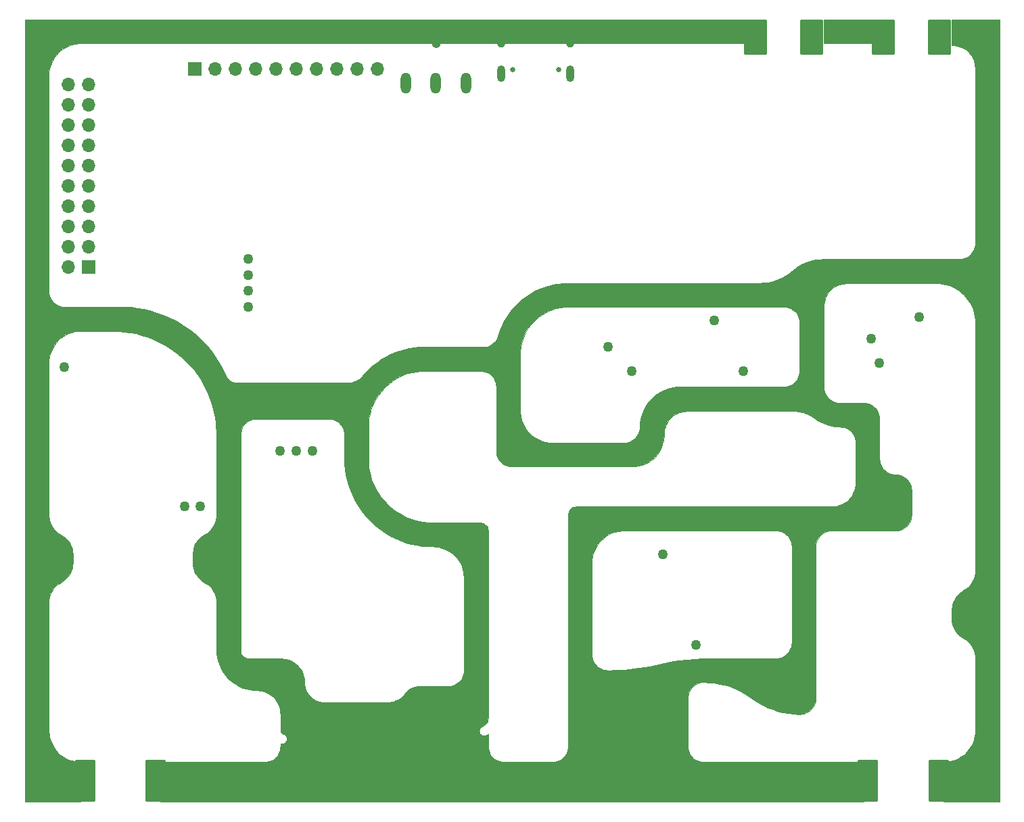
<source format=gbs>
G04 #@! TF.GenerationSoftware,KiCad,Pcbnew,8.0.0*
G04 #@! TF.CreationDate,2024-03-13T17:16:33-04:00*
G04 #@! TF.ProjectId,VNA,564e412e-6b69-4636-9164-5f7063625858,rev?*
G04 #@! TF.SameCoordinates,PX535a28cPY8422900*
G04 #@! TF.FileFunction,Soldermask,Bot*
G04 #@! TF.FilePolarity,Negative*
%FSLAX46Y46*%
G04 Gerber Fmt 4.6, Leading zero omitted, Abs format (unit mm)*
G04 Created by KiCad (PCBNEW 8.0.0) date 2024-03-13 17:16:33*
%MOMM*%
%LPD*%
G01*
G04 APERTURE LIST*
G04 Aperture macros list*
%AMRoundRect*
0 Rectangle with rounded corners*
0 $1 Rounding radius*
0 $2 $3 $4 $5 $6 $7 $8 $9 X,Y pos of 4 corners*
0 Add a 4 corners polygon primitive as box body*
4,1,4,$2,$3,$4,$5,$6,$7,$8,$9,$2,$3,0*
0 Add four circle primitives for the rounded corners*
1,1,$1+$1,$2,$3*
1,1,$1+$1,$4,$5*
1,1,$1+$1,$6,$7*
1,1,$1+$1,$8,$9*
0 Add four rect primitives between the rounded corners*
20,1,$1+$1,$2,$3,$4,$5,0*
20,1,$1+$1,$4,$5,$6,$7,0*
20,1,$1+$1,$6,$7,$8,$9,0*
20,1,$1+$1,$8,$9,$2,$3,0*%
G04 Aperture macros list end*
%ADD10C,0.100000*%
%ADD11R,1.700000X1.700000*%
%ADD12O,1.700000X1.700000*%
%ADD13C,0.650000*%
%ADD14O,1.000000X2.100000*%
%ADD15O,1.000000X1.800000*%
%ADD16RoundRect,0.101600X1.143000X-2.540000X1.143000X2.540000X-1.143000X2.540000X-1.143000X-2.540000X0*%
%ADD17C,1.200000*%
%ADD18O,1.308000X2.616000*%
%ADD19RoundRect,0.101600X-1.333500X2.095500X-1.333500X-2.095500X1.333500X-2.095500X1.333500X2.095500X0*%
%ADD20RoundRect,0.635000X0.000000X0.000000X0.000000X0.000000X0.000000X0.000000X0.000000X0.000000X0*%
%ADD21RoundRect,0.635000X0.000000X0.000000X0.000000X0.000000X0.000000X0.000000X0.000000X0.000000X0*%
G04 APERTURE END LIST*
D10*
X100018900Y92993600D02*
X106018900Y92993600D01*
X106018900Y95993600D01*
X100018900Y95993600D01*
X100018900Y92993600D01*
G36*
X100018900Y92993600D02*
G01*
X106018900Y92993600D01*
X106018900Y95993600D01*
X100018900Y95993600D01*
X100018900Y92993600D01*
G37*
X90018900Y92993600D02*
X81018900Y92993600D01*
X7018900Y92993600D01*
X6238539Y92916741D01*
X5857761Y92821361D01*
X5488166Y92689118D01*
X5133313Y92521285D01*
X4796619Y92319478D01*
X4481327Y92085642D01*
X4190473Y91822027D01*
X3926858Y91531173D01*
X3693022Y91215881D01*
X3491215Y90879187D01*
X3323382Y90524334D01*
X3191139Y90154739D01*
X3095759Y89773961D01*
X3038161Y89385669D01*
X3018900Y88993600D01*
X3018900Y61993600D01*
X3039257Y61708970D01*
X3099914Y61430135D01*
X3199636Y61162770D01*
X3336393Y60912318D01*
X3507401Y60683879D01*
X3709179Y60482101D01*
X3937618Y60311093D01*
X4188070Y60174336D01*
X4455435Y60074614D01*
X4734270Y60013957D01*
X5018900Y59993600D01*
X9018900Y59993600D01*
X11018900Y59993600D01*
X12556292Y60017720D01*
X13323765Y59968267D01*
X14087508Y59877955D01*
X14845347Y59747040D01*
X15595127Y59575895D01*
X16334712Y59365008D01*
X17061998Y59114978D01*
X17774915Y58826517D01*
X18471433Y58500446D01*
X19149570Y58137693D01*
X19807397Y57739292D01*
X20443040Y57306374D01*
X21054691Y56840173D01*
X21640608Y56342016D01*
X22199125Y55813321D01*
X22728651Y55255592D01*
X23227679Y54670416D01*
X23694789Y54059459D01*
X24128652Y53424461D01*
X24528032Y52767228D01*
X24891794Y52089631D01*
X25218900Y51393599D01*
X25218900Y51393600D01*
X25266350Y51292325D01*
X25318900Y51193600D01*
X25456272Y50993945D01*
X25626485Y50821431D01*
X25824278Y50681391D01*
X26043537Y50578151D01*
X26277488Y50514902D01*
X26518899Y50493600D01*
X26518900Y50493600D01*
X40318900Y50493600D01*
X40642700Y50505125D01*
X40962321Y50558238D01*
X41272446Y50652055D01*
X41567913Y50785015D01*
X41843804Y50954905D01*
X42095530Y51158899D01*
X42318900Y51393600D01*
X42735682Y51861805D01*
X43180884Y52303074D01*
X43652770Y52715684D01*
X44149496Y53098027D01*
X44669125Y53448611D01*
X45209629Y53766067D01*
X45768900Y54049156D01*
X46344754Y54296774D01*
X46934946Y54507955D01*
X47537171Y54681875D01*
X48149080Y54817855D01*
X48768285Y54915364D01*
X49392370Y54974022D01*
X50018900Y54993600D01*
X57018900Y54993600D01*
X57570205Y54986671D01*
X57841431Y55039476D01*
X58102943Y55128716D01*
X58349870Y55252728D01*
X58577614Y55409203D01*
X58781934Y55595228D01*
X58959026Y55807337D01*
X59105591Y56041582D01*
X59218900Y56293600D01*
X59518900Y57093600D01*
X59751478Y57651519D01*
X60018900Y58193600D01*
X60666497Y59232273D01*
X61041383Y59716468D01*
X61448097Y60174253D01*
X61884784Y60603540D01*
X62349453Y61002371D01*
X62839983Y61368927D01*
X63354138Y61701536D01*
X63889572Y61998680D01*
X64443841Y62259004D01*
X65014419Y62481321D01*
X65598702Y62664616D01*
X66194025Y62808053D01*
X66527802Y62864963D01*
X66797672Y62910977D01*
X67406890Y62972921D01*
X68018900Y62993600D01*
X75018900Y62993600D01*
X92018900Y62993600D01*
X92503391Y63012923D01*
X92984804Y63070771D01*
X93460081Y63166777D01*
X93926202Y63300330D01*
X94380206Y63470581D01*
X94819208Y63676450D01*
X95240421Y63916628D01*
X95641166Y64189589D01*
X96018900Y64493600D01*
X96797379Y65070572D01*
X97218592Y65310750D01*
X97657594Y65516618D01*
X98111598Y65686870D01*
X98577719Y65820423D01*
X99052996Y65916428D01*
X99534409Y65974276D01*
X100018900Y65993600D01*
X117018900Y65993600D01*
X117303530Y66013957D01*
X117582365Y66074614D01*
X117849730Y66174336D01*
X118100182Y66311093D01*
X118328621Y66482101D01*
X118530399Y66683879D01*
X118701407Y66912318D01*
X118838164Y67162770D01*
X118937886Y67430135D01*
X118998543Y67708970D01*
X119018900Y67993600D01*
X119018900Y89793600D01*
X118943684Y90461163D01*
X118850550Y90784437D01*
X118721807Y91095251D01*
X118559073Y91389696D01*
X118364394Y91664069D01*
X118140220Y91914920D01*
X117889369Y92139094D01*
X117614996Y92333773D01*
X117320551Y92496507D01*
X117009737Y92625250D01*
X116686463Y92718384D01*
X116354793Y92774737D01*
X116018900Y92793600D01*
X116018900Y95993600D01*
X122018900Y95993600D01*
X122018900Y65993600D01*
X122018900Y-2006400D01*
X115018900Y-2006400D01*
X115018900Y2993600D01*
X115799261Y3070459D01*
X116180039Y3165839D01*
X116549634Y3298082D01*
X116904487Y3465915D01*
X117241181Y3667722D01*
X117556473Y3901558D01*
X117847327Y4165173D01*
X118110942Y4456027D01*
X118344778Y4771319D01*
X118546585Y5108013D01*
X118714418Y5462866D01*
X118846661Y5832461D01*
X118942041Y6213239D01*
X118999639Y6601531D01*
X119018900Y6993600D01*
X119018900Y15993600D01*
X118998493Y16333047D01*
X118937566Y16667604D01*
X118836996Y16992452D01*
X118698231Y17302912D01*
X118523272Y17594511D01*
X118314638Y17863048D01*
X118075334Y18104656D01*
X117808808Y18315855D01*
X117518899Y18493600D01*
X117518900Y18493600D01*
X117228991Y18671346D01*
X116962466Y18882544D01*
X116723162Y19124152D01*
X116514528Y19392690D01*
X116339569Y19684288D01*
X116200805Y19994748D01*
X116100235Y20319596D01*
X116039307Y20654153D01*
X116018900Y20993600D01*
X116018900Y21993600D01*
X116100234Y22667604D01*
X116200804Y22992452D01*
X116339568Y23302912D01*
X116514528Y23594511D01*
X116723162Y23863048D01*
X116962465Y24104656D01*
X117228991Y24315854D01*
X117518900Y24493600D01*
X117808809Y24671345D01*
X118075335Y24882544D01*
X118314638Y25124152D01*
X118523272Y25392690D01*
X118698231Y25684289D01*
X118836995Y25994748D01*
X118937565Y26319596D01*
X118998493Y26654154D01*
X119018900Y26993601D01*
X119018900Y57993600D01*
X118999873Y58429379D01*
X118942939Y58861841D01*
X118848529Y59287695D01*
X118717363Y59703701D01*
X118550439Y60106691D01*
X118349027Y60493600D01*
X118114660Y60861482D01*
X117849122Y61207538D01*
X117554434Y61529134D01*
X117232838Y61823822D01*
X116886782Y62089360D01*
X116518900Y62323727D01*
X116131991Y62525139D01*
X115729001Y62692063D01*
X115312995Y62823229D01*
X114887141Y62917639D01*
X114454679Y62974573D01*
X114018900Y62993600D01*
X103018900Y62993600D01*
X102351337Y62918384D01*
X102028063Y62825250D01*
X101717249Y62696507D01*
X101422804Y62533773D01*
X101148431Y62339094D01*
X100897580Y62114920D01*
X100673406Y61864069D01*
X100478727Y61589696D01*
X100315993Y61295251D01*
X100187250Y60984437D01*
X100094116Y60661163D01*
X100037763Y60329493D01*
X100018900Y59993600D01*
X100018900Y49993600D01*
X100039257Y49708970D01*
X100099914Y49430135D01*
X100199636Y49162770D01*
X100336393Y48912318D01*
X100507401Y48683879D01*
X100709179Y48482101D01*
X100937618Y48311093D01*
X101188070Y48174336D01*
X101455435Y48074614D01*
X101734270Y48013957D01*
X102018900Y47993600D01*
X105018900Y47993600D01*
X105303530Y47973243D01*
X105582365Y47912586D01*
X105849730Y47812864D01*
X106100182Y47676107D01*
X106328621Y47505099D01*
X106530399Y47303321D01*
X106701407Y47074882D01*
X106838164Y46824430D01*
X106937886Y46557065D01*
X106998543Y46278230D01*
X107018900Y45993600D01*
X107018900Y40993600D01*
X107039257Y40708970D01*
X107099914Y40430135D01*
X107199636Y40162770D01*
X107336393Y39912318D01*
X107507401Y39683879D01*
X107709179Y39482101D01*
X107937618Y39311093D01*
X108188070Y39174336D01*
X108455435Y39074614D01*
X108734270Y39013957D01*
X109018900Y38993600D01*
X109303530Y38973243D01*
X109582365Y38912586D01*
X109849730Y38812864D01*
X110100182Y38676107D01*
X110328621Y38505099D01*
X110530399Y38303321D01*
X110701407Y38074882D01*
X110838164Y37824430D01*
X110937886Y37557065D01*
X110998543Y37278230D01*
X111018900Y36993600D01*
X111018900Y33993600D01*
X110998543Y33708970D01*
X110937886Y33430135D01*
X110838164Y33162770D01*
X110701407Y32912318D01*
X110530399Y32683879D01*
X110328621Y32482101D01*
X110100182Y32311093D01*
X109849730Y32174336D01*
X109582365Y32074614D01*
X109303530Y32013957D01*
X109018900Y31993600D01*
X101018900Y31993600D01*
X100734270Y31973243D01*
X100455435Y31912586D01*
X100188070Y31812864D01*
X99937618Y31676107D01*
X99709179Y31505099D01*
X99507401Y31303321D01*
X99336393Y31074882D01*
X99199636Y30824430D01*
X99099914Y30557065D01*
X99039257Y30278230D01*
X99018900Y29993600D01*
X99018900Y17993600D01*
X99018900Y15993600D01*
X99018900Y10993600D01*
X98998543Y10708970D01*
X98937886Y10430135D01*
X98838164Y10162770D01*
X98701407Y9912318D01*
X98530399Y9683879D01*
X98328621Y9482101D01*
X98100182Y9311093D01*
X97849730Y9174336D01*
X97582365Y9074614D01*
X97303530Y9013957D01*
X97018900Y8993600D01*
X96310010Y9018758D01*
X95604686Y9094105D01*
X94906479Y9219262D01*
X94218900Y9393600D01*
X93621338Y9588565D01*
X93037274Y9820862D01*
X91918900Y10393600D01*
X91018900Y10993600D01*
X90490946Y11360843D01*
X89940733Y11693812D01*
X89370481Y11991160D01*
X88782495Y12251688D01*
X88179148Y12474344D01*
X87562877Y12658228D01*
X86936171Y12802597D01*
X86301561Y12906869D01*
X85661609Y12970623D01*
X85018900Y12993600D01*
X85018899Y12993600D01*
X84733892Y12974246D01*
X84454583Y12914327D01*
X84186716Y12815076D01*
X83935798Y12678532D01*
X83706989Y12507505D01*
X83504994Y12305510D01*
X83333967Y12076702D01*
X83197423Y11825784D01*
X83098172Y11557916D01*
X83038253Y11278607D01*
X83018900Y10993600D01*
X83018900Y7493600D01*
X83018900Y4993600D01*
X83039257Y4708970D01*
X83099914Y4430135D01*
X83199636Y4162770D01*
X83336393Y3912318D01*
X83507401Y3683879D01*
X83709179Y3482101D01*
X83937618Y3311093D01*
X84188070Y3174336D01*
X84455435Y3074614D01*
X84734270Y3013957D01*
X85018900Y2993600D01*
X105018900Y2993600D01*
X105018900Y-2006400D01*
X17018900Y-2006400D01*
X17018900Y2993600D01*
X30018900Y2993600D01*
X30303530Y3013957D01*
X30582365Y3074614D01*
X30849730Y3174336D01*
X31100182Y3311093D01*
X31328621Y3482101D01*
X31530399Y3683879D01*
X31701407Y3912318D01*
X31838164Y4162770D01*
X31937886Y4430135D01*
X31998543Y4708970D01*
X32018900Y4993600D01*
X32027800Y5307200D01*
X32117800Y5287200D01*
X32207800Y5277200D01*
X32287800Y5277200D01*
X32397800Y5307200D01*
X32547800Y5377200D01*
X32677800Y5487200D01*
X32767800Y5617200D01*
X32817800Y5767200D01*
X32827800Y5907200D01*
X32817800Y6037200D01*
X32757800Y6187200D01*
X32707800Y6267200D01*
X32567800Y6397200D01*
X32437800Y6477200D01*
X32307800Y6507200D01*
X32017800Y6747200D01*
X32018900Y8993600D01*
X32000037Y9329493D01*
X31943684Y9661163D01*
X31850550Y9984437D01*
X31721807Y10295251D01*
X31559073Y10589696D01*
X31364394Y10864069D01*
X31140220Y11114920D01*
X30889369Y11339094D01*
X30614996Y11533773D01*
X30320551Y11696507D01*
X30009737Y11825250D01*
X29686463Y11918384D01*
X29018901Y11993600D01*
X29018900Y11993600D01*
X28583121Y12012627D01*
X28150659Y12069561D01*
X27724805Y12163971D01*
X27308799Y12295137D01*
X26905809Y12462061D01*
X26518900Y12663473D01*
X26151018Y12897840D01*
X25804962Y13163378D01*
X25483366Y13458066D01*
X25188678Y13779662D01*
X24923140Y14125718D01*
X24688773Y14493600D01*
X24487361Y14880509D01*
X24320437Y15283499D01*
X24189271Y15699505D01*
X24094861Y16125359D01*
X24037927Y16557821D01*
X24018900Y16993600D01*
X27018900Y16993600D01*
X27095020Y16610917D01*
X27187430Y16438030D01*
X27311793Y16286493D01*
X27463330Y16162130D01*
X27636217Y16069720D01*
X27823810Y16012815D01*
X28018900Y15993600D01*
X32018900Y15993600D01*
X32686463Y15918384D01*
X33009737Y15825250D01*
X33320551Y15696507D01*
X33614996Y15533773D01*
X33889369Y15339094D01*
X34140220Y15114920D01*
X34364394Y14864069D01*
X34559073Y14589696D01*
X34721807Y14295251D01*
X34850550Y13984437D01*
X34943684Y13661163D01*
X35000037Y13329493D01*
X35018900Y12993600D01*
X35040288Y12667285D01*
X35104085Y12346552D01*
X35209201Y12036891D01*
X35353836Y11743600D01*
X35535517Y11471696D01*
X35751133Y11225833D01*
X35996996Y11010217D01*
X36268900Y10828536D01*
X36562191Y10683901D01*
X36871852Y10578785D01*
X37192585Y10514988D01*
X37518900Y10493600D01*
X40118900Y10493600D01*
X41018900Y10493600D01*
X45518900Y10493600D01*
X46173532Y10580830D01*
X46486484Y10688436D01*
X46782481Y10836434D01*
X47056337Y11022233D01*
X47303252Y11242575D01*
X47518900Y11493600D01*
X47981464Y11964968D01*
X48255319Y12150766D01*
X48551316Y12298764D01*
X48864268Y12406370D01*
X49188692Y12471697D01*
X49518901Y12493600D01*
X53018900Y12493600D01*
X53303530Y12513957D01*
X53582365Y12574614D01*
X53849730Y12674336D01*
X54100182Y12811093D01*
X54328621Y12982101D01*
X54530399Y13183879D01*
X54701407Y13412318D01*
X54838164Y13662770D01*
X54937886Y13930135D01*
X54998543Y14208970D01*
X55018900Y14493600D01*
X55018900Y25993600D01*
X54942041Y26773961D01*
X54846661Y27154739D01*
X54714418Y27524334D01*
X54546585Y27879187D01*
X54344778Y28215881D01*
X54110942Y28531173D01*
X53847327Y28822027D01*
X53556473Y29085642D01*
X53241181Y29319478D01*
X52904487Y29521285D01*
X52549634Y29689118D01*
X52180039Y29821361D01*
X51799261Y29916741D01*
X51410969Y29974339D01*
X51018900Y29993600D01*
X50268235Y30039007D01*
X49692997Y30073802D01*
X49036095Y30173781D01*
X48386428Y30313240D01*
X47746366Y30491670D01*
X47118246Y30708421D01*
X46504359Y30962702D01*
X45906945Y31253584D01*
X45328184Y31580006D01*
X44770188Y31940777D01*
X44234992Y32334582D01*
X43724551Y32759982D01*
X43240725Y33215425D01*
X42785282Y33699251D01*
X42359882Y34209692D01*
X41966077Y34744888D01*
X41605306Y35302884D01*
X41278884Y35881645D01*
X40988002Y36479059D01*
X40733721Y37092946D01*
X40516970Y37721066D01*
X40338540Y38361128D01*
X40199081Y39010795D01*
X40099102Y39667697D01*
X40038969Y40329437D01*
X40018900Y40993600D01*
X43018900Y40993600D01*
X43039283Y40422887D01*
X43100328Y39855081D01*
X43201725Y39293078D01*
X43342956Y38739740D01*
X43523302Y38197887D01*
X43741844Y37670280D01*
X43997468Y37159608D01*
X44288872Y36668473D01*
X44614570Y36199379D01*
X44972903Y35754714D01*
X45362046Y35336746D01*
X45780014Y34947603D01*
X46224679Y34589270D01*
X46693773Y34263572D01*
X47184908Y33972168D01*
X47695580Y33716544D01*
X48223187Y33498002D01*
X48765040Y33317656D01*
X49318378Y33176425D01*
X49880381Y33075028D01*
X50448187Y33013983D01*
X51018900Y32993600D01*
X57018900Y32993600D01*
X57401583Y32917480D01*
X57574470Y32825070D01*
X57726007Y32700707D01*
X57850370Y32549170D01*
X57942780Y32376283D01*
X57999685Y32188690D01*
X58018900Y31993600D01*
X58018900Y9493600D01*
X58018900Y8993600D01*
X58018900Y8493600D01*
X58000491Y8298173D01*
X57944082Y8110161D01*
X57851867Y7936878D01*
X57727433Y7785066D01*
X57575622Y7660632D01*
X57498757Y7619727D01*
X57497800Y7617200D01*
X57287800Y7467200D01*
X57167800Y7397200D01*
X57117800Y7357200D01*
X57047800Y7287200D01*
X56967800Y7177200D01*
X56917800Y7037200D01*
X56897800Y6897200D01*
X56917800Y6737200D01*
X56977800Y6597200D01*
X57057800Y6477200D01*
X57167800Y6387200D01*
X57297800Y6317200D01*
X57467800Y6287200D01*
X57687800Y6297200D01*
X57857800Y6377200D01*
X58017800Y6497200D01*
X58018900Y4993600D01*
X58039257Y4708970D01*
X58099914Y4430135D01*
X58199636Y4162770D01*
X58336393Y3912318D01*
X58507401Y3683879D01*
X58709179Y3482101D01*
X58937618Y3311093D01*
X59188070Y3174336D01*
X59455435Y3074614D01*
X59734270Y3013957D01*
X60018900Y2993600D01*
X66018900Y2993600D01*
X66303530Y3013957D01*
X66582365Y3074614D01*
X66849730Y3174336D01*
X67100182Y3311093D01*
X67328621Y3482101D01*
X67530399Y3683879D01*
X67701407Y3912318D01*
X67838164Y4162770D01*
X67937886Y4430135D01*
X67998543Y4708970D01*
X68018900Y4993600D01*
X68018900Y7493600D01*
X68018900Y16493600D01*
X71018900Y16493600D01*
X71039257Y16208970D01*
X71099914Y15930135D01*
X71199636Y15662770D01*
X71336393Y15412318D01*
X71507401Y15183879D01*
X71709179Y14982101D01*
X71937618Y14811093D01*
X72188070Y14674336D01*
X72455435Y14574614D01*
X72734270Y14513957D01*
X73018900Y14493600D01*
X74084927Y14513657D01*
X75149444Y14573799D01*
X76210946Y14673940D01*
X78318900Y14993600D01*
X79718900Y15293600D01*
X80785203Y15524258D01*
X81860262Y15709876D01*
X82942175Y15850124D01*
X84822446Y15974060D01*
X85118900Y15993600D01*
X94018900Y15993600D01*
X94303530Y16013957D01*
X94582365Y16074614D01*
X94849730Y16174336D01*
X95100182Y16311093D01*
X95328621Y16482101D01*
X95530399Y16683879D01*
X95701407Y16912318D01*
X95838164Y17162770D01*
X95937886Y17430135D01*
X95998543Y17708970D01*
X96018900Y17993600D01*
X96018900Y29993600D01*
X95998543Y30278230D01*
X95937886Y30557065D01*
X95838164Y30824430D01*
X95701407Y31074882D01*
X95530399Y31303321D01*
X95328621Y31505099D01*
X95100182Y31676107D01*
X94849730Y31812864D01*
X94582365Y31912586D01*
X94303530Y31973243D01*
X94018900Y31993600D01*
X75018900Y31993600D01*
X74238539Y31916741D01*
X73857761Y31821361D01*
X73488166Y31689118D01*
X73133313Y31521285D01*
X72796619Y31319478D01*
X72481327Y31085642D01*
X72190473Y30822027D01*
X71926858Y30531173D01*
X71693022Y30215881D01*
X71491215Y29879187D01*
X71323382Y29524334D01*
X71191139Y29154739D01*
X71095759Y28773961D01*
X71038161Y28385669D01*
X71018900Y27993600D01*
X71018900Y16493600D01*
X68018900Y16493600D01*
X68018900Y33993600D01*
X68095020Y34376283D01*
X68187430Y34549170D01*
X68311793Y34700707D01*
X68463330Y34825070D01*
X68636217Y34917480D01*
X68823810Y34974385D01*
X69018900Y34993600D01*
X96018900Y34993600D01*
X99018900Y34993600D01*
X101018900Y34993600D01*
X101686463Y35068816D01*
X102009737Y35161950D01*
X102320551Y35290693D01*
X102614996Y35453427D01*
X102889369Y35648106D01*
X103140220Y35872280D01*
X103364394Y36123131D01*
X103559073Y36397504D01*
X103721807Y36691949D01*
X103850550Y37002763D01*
X103943684Y37326037D01*
X104000037Y37657707D01*
X104018900Y37993600D01*
X104018900Y42993600D01*
X103998543Y43278230D01*
X103937886Y43557065D01*
X103838164Y43824430D01*
X103701407Y44074882D01*
X103530399Y44303321D01*
X103328621Y44505099D01*
X103100182Y44676107D01*
X102849730Y44812864D01*
X102582365Y44912586D01*
X102303530Y44973243D01*
X102018900Y44993600D01*
X101559904Y45014713D01*
X101322629Y45047640D01*
X101104783Y45077871D01*
X100657383Y45182543D01*
X100221480Y45327844D01*
X99800757Y45512547D01*
X99398765Y45735092D01*
X99018901Y45993600D01*
X99018900Y45993600D01*
X98237044Y46474653D01*
X97816320Y46659356D01*
X97380417Y46804657D01*
X96933017Y46909329D01*
X96477896Y46972488D01*
X96018900Y46993600D01*
X83018900Y46993600D01*
X82351337Y46918384D01*
X82028063Y46825250D01*
X81717249Y46696507D01*
X81422804Y46533773D01*
X81148431Y46339094D01*
X80897580Y46114920D01*
X80673406Y45864069D01*
X80478727Y45589696D01*
X80315993Y45295251D01*
X80187250Y44984437D01*
X80094116Y44661163D01*
X80037763Y44329493D01*
X80018900Y43993600D01*
X79942041Y43213239D01*
X79846661Y42832461D01*
X79714418Y42462866D01*
X79546585Y42108013D01*
X79344778Y41771319D01*
X79110942Y41456027D01*
X78847327Y41165173D01*
X78556473Y40901558D01*
X78241181Y40667722D01*
X77904487Y40465915D01*
X77549634Y40298082D01*
X77180039Y40165839D01*
X76799261Y40070459D01*
X76410969Y40012861D01*
X76018900Y39993600D01*
X61018900Y39993600D01*
X60734270Y40013957D01*
X60455435Y40074614D01*
X60188070Y40174336D01*
X59937618Y40311093D01*
X59709179Y40482101D01*
X59507401Y40683879D01*
X59336393Y40912318D01*
X59199636Y41162770D01*
X59099914Y41430135D01*
X59039257Y41708970D01*
X59018900Y41993600D01*
X59018900Y46993600D01*
X62018900Y46993600D01*
X62095759Y46213239D01*
X62191139Y45832461D01*
X62323382Y45462866D01*
X62491215Y45108013D01*
X62693022Y44771319D01*
X62926858Y44456027D01*
X63190473Y44165173D01*
X63481327Y43901558D01*
X63796619Y43667722D01*
X64133313Y43465915D01*
X64488166Y43298082D01*
X64857761Y43165839D01*
X65238539Y43070459D01*
X65626831Y43012861D01*
X66018900Y42993600D01*
X75018900Y42993600D01*
X75303530Y43013957D01*
X75582365Y43074614D01*
X75849730Y43174336D01*
X76100182Y43311093D01*
X76328621Y43482101D01*
X76530399Y43683879D01*
X76701407Y43912318D01*
X76838164Y44162770D01*
X76937886Y44430135D01*
X76998543Y44708970D01*
X77018900Y44993600D01*
X77037927Y45429379D01*
X77094861Y45861841D01*
X77189271Y46287695D01*
X77320437Y46703701D01*
X77487361Y47106691D01*
X77688773Y47493600D01*
X77923140Y47861482D01*
X78188678Y48207538D01*
X78483366Y48529134D01*
X78804962Y48823822D01*
X79151018Y49089360D01*
X79518900Y49323727D01*
X79905809Y49525139D01*
X80308799Y49692063D01*
X80724805Y49823229D01*
X81150659Y49917639D01*
X81583121Y49974573D01*
X82018900Y49993600D01*
X95018900Y49993600D01*
X95303530Y50013957D01*
X95582365Y50074614D01*
X95849730Y50174336D01*
X96100182Y50311093D01*
X96328621Y50482101D01*
X96530399Y50683879D01*
X96701407Y50912318D01*
X96838164Y51162770D01*
X96937886Y51430135D01*
X96998543Y51708970D01*
X97018900Y51993600D01*
X97018900Y57993600D01*
X96998543Y58278230D01*
X96937886Y58557065D01*
X96838164Y58824430D01*
X96701407Y59074882D01*
X96530399Y59303321D01*
X96328621Y59505099D01*
X96100182Y59676107D01*
X95849730Y59812864D01*
X95582365Y59912586D01*
X95303530Y59973243D01*
X95018900Y59993600D01*
X75018900Y59993600D01*
X68018900Y59993600D01*
X67523424Y59973107D01*
X67031332Y59911768D01*
X66545987Y59810002D01*
X66070703Y59668503D01*
X65608727Y59488240D01*
X65163216Y59270443D01*
X64737211Y59016599D01*
X64333624Y58728443D01*
X63955211Y58407943D01*
X63604557Y58057289D01*
X63284057Y57678876D01*
X62995901Y57275289D01*
X62742057Y56849284D01*
X62524260Y56403773D01*
X62343997Y55941797D01*
X62202498Y55466513D01*
X62100732Y54981168D01*
X62039393Y54489076D01*
X62018900Y53993600D01*
X62018900Y51993600D01*
X62018900Y46993600D01*
X59018900Y46993600D01*
X59018900Y49993600D01*
X58998543Y50278230D01*
X58937886Y50557065D01*
X58838164Y50824430D01*
X58701407Y51074882D01*
X58530399Y51303321D01*
X58328621Y51505099D01*
X58100182Y51676107D01*
X57849730Y51812864D01*
X57582365Y51912586D01*
X57303530Y51973243D01*
X57018900Y51993600D01*
X50018900Y51993600D01*
X49495789Y51974027D01*
X48975604Y51915416D01*
X48461253Y51818095D01*
X47955614Y51682610D01*
X47461513Y51509716D01*
X46981714Y51300382D01*
X46518900Y51055778D01*
X46075660Y50777271D01*
X45654471Y50466420D01*
X45257691Y50124963D01*
X44887537Y49754809D01*
X44546080Y49358029D01*
X44235229Y48936840D01*
X43956722Y48493600D01*
X43712118Y48030786D01*
X43502784Y47550987D01*
X43329890Y47056886D01*
X43194405Y46551247D01*
X43097084Y46036896D01*
X43038473Y45516711D01*
X43018900Y44993600D01*
X43018900Y40993600D01*
X40018900Y40993600D01*
X40018900Y43993600D01*
X39998543Y44278230D01*
X39937886Y44557065D01*
X39838164Y44824430D01*
X39701407Y45074882D01*
X39530399Y45303321D01*
X39328621Y45505099D01*
X39100182Y45676107D01*
X38849730Y45812864D01*
X38582365Y45912586D01*
X38303530Y45973243D01*
X38018900Y45993600D01*
X29018900Y45993600D01*
X28734270Y45973243D01*
X28455435Y45912586D01*
X28188070Y45812864D01*
X27937618Y45676107D01*
X27709179Y45505099D01*
X27507401Y45303321D01*
X27336393Y45074882D01*
X27199636Y44824430D01*
X27099914Y44557065D01*
X27039257Y44278230D01*
X27018900Y43993600D01*
X27018900Y16993600D01*
X24018900Y16993600D01*
X24018900Y22993600D01*
X23998493Y23333047D01*
X23937566Y23667604D01*
X23836996Y23992452D01*
X23698231Y24302912D01*
X23523272Y24594511D01*
X23314638Y24863048D01*
X23075334Y25104656D01*
X22808808Y25315855D01*
X22518899Y25493600D01*
X22518900Y25493600D01*
X22228991Y25671346D01*
X21962466Y25882544D01*
X21723162Y26124152D01*
X21514528Y26392690D01*
X21339569Y26684288D01*
X21200805Y26994748D01*
X21100235Y27319596D01*
X21039307Y27654153D01*
X21018900Y27993600D01*
X21018900Y28993600D01*
X21100234Y29667604D01*
X21200804Y29992452D01*
X21339568Y30302912D01*
X21514528Y30594511D01*
X21723162Y30863048D01*
X21962465Y31104656D01*
X22228991Y31315854D01*
X22518900Y31493600D01*
X22808809Y31671345D01*
X23075335Y31882544D01*
X23314638Y32124152D01*
X23523272Y32392690D01*
X23698231Y32684289D01*
X23836995Y32994748D01*
X23937565Y33319596D01*
X23998493Y33654154D01*
X24018900Y33993601D01*
X24018900Y43993600D01*
X23937159Y45449138D01*
X23835223Y46171181D01*
X23692963Y46886372D01*
X23510825Y47592462D01*
X23289383Y48287228D01*
X23029334Y48968485D01*
X22731495Y49634089D01*
X22396804Y50281946D01*
X22026315Y50910017D01*
X21621191Y51516327D01*
X21182709Y52098967D01*
X20712248Y52656106D01*
X20211288Y53185988D01*
X19681406Y53686948D01*
X19124267Y54157409D01*
X18541627Y54595891D01*
X17935317Y55001015D01*
X17307246Y55371504D01*
X16659389Y55706195D01*
X15993785Y56004034D01*
X15312528Y56264083D01*
X14617762Y56485525D01*
X13911672Y56667663D01*
X13196481Y56809923D01*
X12474438Y56911859D01*
X11747816Y56973149D01*
X11018900Y56993600D01*
X9018900Y56993600D01*
X7018900Y56993600D01*
X6238539Y56916741D01*
X5857761Y56821361D01*
X5488166Y56689118D01*
X5133313Y56521285D01*
X4796619Y56319478D01*
X4481327Y56085642D01*
X4190473Y55822027D01*
X3926858Y55531173D01*
X3693022Y55215881D01*
X3491215Y54879187D01*
X3323382Y54524334D01*
X3191139Y54154739D01*
X3095759Y53773961D01*
X3038161Y53385669D01*
X3018900Y52993600D01*
X3018900Y33993600D01*
X3100234Y33319596D01*
X3200804Y32994748D01*
X3339569Y32684289D01*
X3514528Y32392690D01*
X3723162Y32124152D01*
X3962465Y31882544D01*
X4228991Y31671346D01*
X4518900Y31493600D01*
X4808809Y31315854D01*
X5075334Y31104656D01*
X5314638Y30863047D01*
X5523272Y30594510D01*
X5698231Y30302911D01*
X5836995Y29992451D01*
X5937565Y29667603D01*
X5998493Y29333046D01*
X6018900Y28993599D01*
X6018900Y27993600D01*
X5998493Y27654153D01*
X5937565Y27319596D01*
X5836995Y26994748D01*
X5698231Y26684288D01*
X5523272Y26392690D01*
X5314638Y26124152D01*
X5075334Y25882544D01*
X4808808Y25671346D01*
X4518900Y25493600D01*
X4228992Y25315854D01*
X3962466Y25104655D01*
X3723163Y24863047D01*
X3514529Y24594510D01*
X3339569Y24302911D01*
X3200805Y23992452D01*
X3100235Y23667604D01*
X3039307Y23333047D01*
X3018900Y22993600D01*
X3018900Y6993600D01*
X3095759Y6213239D01*
X3191139Y5832461D01*
X3323382Y5462866D01*
X3491215Y5108013D01*
X3693022Y4771319D01*
X3926858Y4456027D01*
X4190473Y4165173D01*
X4481327Y3901558D01*
X4796619Y3667722D01*
X5133313Y3465915D01*
X5488166Y3298082D01*
X5857761Y3165839D01*
X6238539Y3070459D01*
X6626831Y3012861D01*
X7018900Y2993600D01*
X7018900Y-2006400D01*
X18900Y-2006400D01*
X18900Y95993600D01*
X81018900Y95993600D01*
X90018900Y95993600D01*
X90018900Y92993600D01*
G36*
X90018900Y92993600D02*
G01*
X81018900Y92993600D01*
X7018900Y92993600D01*
X6238539Y92916741D01*
X5857761Y92821361D01*
X5488166Y92689118D01*
X5133313Y92521285D01*
X4796619Y92319478D01*
X4481327Y92085642D01*
X4190473Y91822027D01*
X3926858Y91531173D01*
X3693022Y91215881D01*
X3491215Y90879187D01*
X3323382Y90524334D01*
X3191139Y90154739D01*
X3095759Y89773961D01*
X3038161Y89385669D01*
X3018900Y88993600D01*
X3018900Y61993600D01*
X3039257Y61708970D01*
X3099914Y61430135D01*
X3199636Y61162770D01*
X3336393Y60912318D01*
X3507401Y60683879D01*
X3709179Y60482101D01*
X3937618Y60311093D01*
X4188070Y60174336D01*
X4455435Y60074614D01*
X4734270Y60013957D01*
X5018900Y59993600D01*
X9018900Y59993600D01*
X11018900Y59993600D01*
X12556292Y60017720D01*
X13323765Y59968267D01*
X14087508Y59877955D01*
X14845347Y59747040D01*
X15595127Y59575895D01*
X16334712Y59365008D01*
X17061998Y59114978D01*
X17774915Y58826517D01*
X18471433Y58500446D01*
X19149570Y58137693D01*
X19807397Y57739292D01*
X20443040Y57306374D01*
X21054691Y56840173D01*
X21640608Y56342016D01*
X22199125Y55813321D01*
X22728651Y55255592D01*
X23227679Y54670416D01*
X23694789Y54059459D01*
X24128652Y53424461D01*
X24528032Y52767228D01*
X24891794Y52089631D01*
X25218900Y51393599D01*
X25218900Y51393600D01*
X25266350Y51292325D01*
X25318900Y51193600D01*
X25456272Y50993945D01*
X25626485Y50821431D01*
X25824278Y50681391D01*
X26043537Y50578151D01*
X26277488Y50514902D01*
X26518899Y50493600D01*
X26518900Y50493600D01*
X40318900Y50493600D01*
X40642700Y50505125D01*
X40962321Y50558238D01*
X41272446Y50652055D01*
X41567913Y50785015D01*
X41843804Y50954905D01*
X42095530Y51158899D01*
X42318900Y51393600D01*
X42735682Y51861805D01*
X43180884Y52303074D01*
X43652770Y52715684D01*
X44149496Y53098027D01*
X44669125Y53448611D01*
X45209629Y53766067D01*
X45768900Y54049156D01*
X46344754Y54296774D01*
X46934946Y54507955D01*
X47537171Y54681875D01*
X48149080Y54817855D01*
X48768285Y54915364D01*
X49392370Y54974022D01*
X50018900Y54993600D01*
X57018900Y54993600D01*
X57570205Y54986671D01*
X57841431Y55039476D01*
X58102943Y55128716D01*
X58349870Y55252728D01*
X58577614Y55409203D01*
X58781934Y55595228D01*
X58959026Y55807337D01*
X59105591Y56041582D01*
X59218900Y56293600D01*
X59518900Y57093600D01*
X59751478Y57651519D01*
X60018900Y58193600D01*
X60666497Y59232273D01*
X61041383Y59716468D01*
X61448097Y60174253D01*
X61884784Y60603540D01*
X62349453Y61002371D01*
X62839983Y61368927D01*
X63354138Y61701536D01*
X63889572Y61998680D01*
X64443841Y62259004D01*
X65014419Y62481321D01*
X65598702Y62664616D01*
X66194025Y62808053D01*
X66527802Y62864963D01*
X66797672Y62910977D01*
X67406890Y62972921D01*
X68018900Y62993600D01*
X75018900Y62993600D01*
X92018900Y62993600D01*
X92503391Y63012923D01*
X92984804Y63070771D01*
X93460081Y63166777D01*
X93926202Y63300330D01*
X94380206Y63470581D01*
X94819208Y63676450D01*
X95240421Y63916628D01*
X95641166Y64189589D01*
X96018900Y64493600D01*
X96797379Y65070572D01*
X97218592Y65310750D01*
X97657594Y65516618D01*
X98111598Y65686870D01*
X98577719Y65820423D01*
X99052996Y65916428D01*
X99534409Y65974276D01*
X100018900Y65993600D01*
X117018900Y65993600D01*
X117303530Y66013957D01*
X117582365Y66074614D01*
X117849730Y66174336D01*
X118100182Y66311093D01*
X118328621Y66482101D01*
X118530399Y66683879D01*
X118701407Y66912318D01*
X118838164Y67162770D01*
X118937886Y67430135D01*
X118998543Y67708970D01*
X119018900Y67993600D01*
X119018900Y89793600D01*
X118943684Y90461163D01*
X118850550Y90784437D01*
X118721807Y91095251D01*
X118559073Y91389696D01*
X118364394Y91664069D01*
X118140220Y91914920D01*
X117889369Y92139094D01*
X117614996Y92333773D01*
X117320551Y92496507D01*
X117009737Y92625250D01*
X116686463Y92718384D01*
X116354793Y92774737D01*
X116018900Y92793600D01*
X116018900Y95993600D01*
X122018900Y95993600D01*
X122018900Y65993600D01*
X122018900Y-2006400D01*
X115018900Y-2006400D01*
X115018900Y2993600D01*
X115799261Y3070459D01*
X116180039Y3165839D01*
X116549634Y3298082D01*
X116904487Y3465915D01*
X117241181Y3667722D01*
X117556473Y3901558D01*
X117847327Y4165173D01*
X118110942Y4456027D01*
X118344778Y4771319D01*
X118546585Y5108013D01*
X118714418Y5462866D01*
X118846661Y5832461D01*
X118942041Y6213239D01*
X118999639Y6601531D01*
X119018900Y6993600D01*
X119018900Y15993600D01*
X118998493Y16333047D01*
X118937566Y16667604D01*
X118836996Y16992452D01*
X118698231Y17302912D01*
X118523272Y17594511D01*
X118314638Y17863048D01*
X118075334Y18104656D01*
X117808808Y18315855D01*
X117518899Y18493600D01*
X117518900Y18493600D01*
X117228991Y18671346D01*
X116962466Y18882544D01*
X116723162Y19124152D01*
X116514528Y19392690D01*
X116339569Y19684288D01*
X116200805Y19994748D01*
X116100235Y20319596D01*
X116039307Y20654153D01*
X116018900Y20993600D01*
X116018900Y21993600D01*
X116100234Y22667604D01*
X116200804Y22992452D01*
X116339568Y23302912D01*
X116514528Y23594511D01*
X116723162Y23863048D01*
X116962465Y24104656D01*
X117228991Y24315854D01*
X117518900Y24493600D01*
X117808809Y24671345D01*
X118075335Y24882544D01*
X118314638Y25124152D01*
X118523272Y25392690D01*
X118698231Y25684289D01*
X118836995Y25994748D01*
X118937565Y26319596D01*
X118998493Y26654154D01*
X119018900Y26993601D01*
X119018900Y57993600D01*
X118999873Y58429379D01*
X118942939Y58861841D01*
X118848529Y59287695D01*
X118717363Y59703701D01*
X118550439Y60106691D01*
X118349027Y60493600D01*
X118114660Y60861482D01*
X117849122Y61207538D01*
X117554434Y61529134D01*
X117232838Y61823822D01*
X116886782Y62089360D01*
X116518900Y62323727D01*
X116131991Y62525139D01*
X115729001Y62692063D01*
X115312995Y62823229D01*
X114887141Y62917639D01*
X114454679Y62974573D01*
X114018900Y62993600D01*
X103018900Y62993600D01*
X102351337Y62918384D01*
X102028063Y62825250D01*
X101717249Y62696507D01*
X101422804Y62533773D01*
X101148431Y62339094D01*
X100897580Y62114920D01*
X100673406Y61864069D01*
X100478727Y61589696D01*
X100315993Y61295251D01*
X100187250Y60984437D01*
X100094116Y60661163D01*
X100037763Y60329493D01*
X100018900Y59993600D01*
X100018900Y49993600D01*
X100039257Y49708970D01*
X100099914Y49430135D01*
X100199636Y49162770D01*
X100336393Y48912318D01*
X100507401Y48683879D01*
X100709179Y48482101D01*
X100937618Y48311093D01*
X101188070Y48174336D01*
X101455435Y48074614D01*
X101734270Y48013957D01*
X102018900Y47993600D01*
X105018900Y47993600D01*
X105303530Y47973243D01*
X105582365Y47912586D01*
X105849730Y47812864D01*
X106100182Y47676107D01*
X106328621Y47505099D01*
X106530399Y47303321D01*
X106701407Y47074882D01*
X106838164Y46824430D01*
X106937886Y46557065D01*
X106998543Y46278230D01*
X107018900Y45993600D01*
X107018900Y40993600D01*
X107039257Y40708970D01*
X107099914Y40430135D01*
X107199636Y40162770D01*
X107336393Y39912318D01*
X107507401Y39683879D01*
X107709179Y39482101D01*
X107937618Y39311093D01*
X108188070Y39174336D01*
X108455435Y39074614D01*
X108734270Y39013957D01*
X109018900Y38993600D01*
X109303530Y38973243D01*
X109582365Y38912586D01*
X109849730Y38812864D01*
X110100182Y38676107D01*
X110328621Y38505099D01*
X110530399Y38303321D01*
X110701407Y38074882D01*
X110838164Y37824430D01*
X110937886Y37557065D01*
X110998543Y37278230D01*
X111018900Y36993600D01*
X111018900Y33993600D01*
X110998543Y33708970D01*
X110937886Y33430135D01*
X110838164Y33162770D01*
X110701407Y32912318D01*
X110530399Y32683879D01*
X110328621Y32482101D01*
X110100182Y32311093D01*
X109849730Y32174336D01*
X109582365Y32074614D01*
X109303530Y32013957D01*
X109018900Y31993600D01*
X101018900Y31993600D01*
X100734270Y31973243D01*
X100455435Y31912586D01*
X100188070Y31812864D01*
X99937618Y31676107D01*
X99709179Y31505099D01*
X99507401Y31303321D01*
X99336393Y31074882D01*
X99199636Y30824430D01*
X99099914Y30557065D01*
X99039257Y30278230D01*
X99018900Y29993600D01*
X99018900Y17993600D01*
X99018900Y15993600D01*
X99018900Y10993600D01*
X98998543Y10708970D01*
X98937886Y10430135D01*
X98838164Y10162770D01*
X98701407Y9912318D01*
X98530399Y9683879D01*
X98328621Y9482101D01*
X98100182Y9311093D01*
X97849730Y9174336D01*
X97582365Y9074614D01*
X97303530Y9013957D01*
X97018900Y8993600D01*
X96310010Y9018758D01*
X95604686Y9094105D01*
X94906479Y9219262D01*
X94218900Y9393600D01*
X93621338Y9588565D01*
X93037274Y9820862D01*
X91918900Y10393600D01*
X91018900Y10993600D01*
X90490946Y11360843D01*
X89940733Y11693812D01*
X89370481Y11991160D01*
X88782495Y12251688D01*
X88179148Y12474344D01*
X87562877Y12658228D01*
X86936171Y12802597D01*
X86301561Y12906869D01*
X85661609Y12970623D01*
X85018900Y12993600D01*
X85018899Y12993600D01*
X84733892Y12974246D01*
X84454583Y12914327D01*
X84186716Y12815076D01*
X83935798Y12678532D01*
X83706989Y12507505D01*
X83504994Y12305510D01*
X83333967Y12076702D01*
X83197423Y11825784D01*
X83098172Y11557916D01*
X83038253Y11278607D01*
X83018900Y10993600D01*
X83018900Y7493600D01*
X83018900Y4993600D01*
X83039257Y4708970D01*
X83099914Y4430135D01*
X83199636Y4162770D01*
X83336393Y3912318D01*
X83507401Y3683879D01*
X83709179Y3482101D01*
X83937618Y3311093D01*
X84188070Y3174336D01*
X84455435Y3074614D01*
X84734270Y3013957D01*
X85018900Y2993600D01*
X105018900Y2993600D01*
X105018900Y-2006400D01*
X17018900Y-2006400D01*
X17018900Y2993600D01*
X30018900Y2993600D01*
X30303530Y3013957D01*
X30582365Y3074614D01*
X30849730Y3174336D01*
X31100182Y3311093D01*
X31328621Y3482101D01*
X31530399Y3683879D01*
X31701407Y3912318D01*
X31838164Y4162770D01*
X31937886Y4430135D01*
X31998543Y4708970D01*
X32018900Y4993600D01*
X32027800Y5307200D01*
X32117800Y5287200D01*
X32207800Y5277200D01*
X32287800Y5277200D01*
X32397800Y5307200D01*
X32547800Y5377200D01*
X32677800Y5487200D01*
X32767800Y5617200D01*
X32817800Y5767200D01*
X32827800Y5907200D01*
X32817800Y6037200D01*
X32757800Y6187200D01*
X32707800Y6267200D01*
X32567800Y6397200D01*
X32437800Y6477200D01*
X32307800Y6507200D01*
X32017800Y6747200D01*
X32018900Y8993600D01*
X32000037Y9329493D01*
X31943684Y9661163D01*
X31850550Y9984437D01*
X31721807Y10295251D01*
X31559073Y10589696D01*
X31364394Y10864069D01*
X31140220Y11114920D01*
X30889369Y11339094D01*
X30614996Y11533773D01*
X30320551Y11696507D01*
X30009737Y11825250D01*
X29686463Y11918384D01*
X29018901Y11993600D01*
X29018900Y11993600D01*
X28583121Y12012627D01*
X28150659Y12069561D01*
X27724805Y12163971D01*
X27308799Y12295137D01*
X26905809Y12462061D01*
X26518900Y12663473D01*
X26151018Y12897840D01*
X25804962Y13163378D01*
X25483366Y13458066D01*
X25188678Y13779662D01*
X24923140Y14125718D01*
X24688773Y14493600D01*
X24487361Y14880509D01*
X24320437Y15283499D01*
X24189271Y15699505D01*
X24094861Y16125359D01*
X24037927Y16557821D01*
X24018900Y16993600D01*
X27018900Y16993600D01*
X27095020Y16610917D01*
X27187430Y16438030D01*
X27311793Y16286493D01*
X27463330Y16162130D01*
X27636217Y16069720D01*
X27823810Y16012815D01*
X28018900Y15993600D01*
X32018900Y15993600D01*
X32686463Y15918384D01*
X33009737Y15825250D01*
X33320551Y15696507D01*
X33614996Y15533773D01*
X33889369Y15339094D01*
X34140220Y15114920D01*
X34364394Y14864069D01*
X34559073Y14589696D01*
X34721807Y14295251D01*
X34850550Y13984437D01*
X34943684Y13661163D01*
X35000037Y13329493D01*
X35018900Y12993600D01*
X35040288Y12667285D01*
X35104085Y12346552D01*
X35209201Y12036891D01*
X35353836Y11743600D01*
X35535517Y11471696D01*
X35751133Y11225833D01*
X35996996Y11010217D01*
X36268900Y10828536D01*
X36562191Y10683901D01*
X36871852Y10578785D01*
X37192585Y10514988D01*
X37518900Y10493600D01*
X40118900Y10493600D01*
X41018900Y10493600D01*
X45518900Y10493600D01*
X46173532Y10580830D01*
X46486484Y10688436D01*
X46782481Y10836434D01*
X47056337Y11022233D01*
X47303252Y11242575D01*
X47518900Y11493600D01*
X47981464Y11964968D01*
X48255319Y12150766D01*
X48551316Y12298764D01*
X48864268Y12406370D01*
X49188692Y12471697D01*
X49518901Y12493600D01*
X53018900Y12493600D01*
X53303530Y12513957D01*
X53582365Y12574614D01*
X53849730Y12674336D01*
X54100182Y12811093D01*
X54328621Y12982101D01*
X54530399Y13183879D01*
X54701407Y13412318D01*
X54838164Y13662770D01*
X54937886Y13930135D01*
X54998543Y14208970D01*
X55018900Y14493600D01*
X55018900Y25993600D01*
X54942041Y26773961D01*
X54846661Y27154739D01*
X54714418Y27524334D01*
X54546585Y27879187D01*
X54344778Y28215881D01*
X54110942Y28531173D01*
X53847327Y28822027D01*
X53556473Y29085642D01*
X53241181Y29319478D01*
X52904487Y29521285D01*
X52549634Y29689118D01*
X52180039Y29821361D01*
X51799261Y29916741D01*
X51410969Y29974339D01*
X51018900Y29993600D01*
X50268235Y30039007D01*
X49692997Y30073802D01*
X49036095Y30173781D01*
X48386428Y30313240D01*
X47746366Y30491670D01*
X47118246Y30708421D01*
X46504359Y30962702D01*
X45906945Y31253584D01*
X45328184Y31580006D01*
X44770188Y31940777D01*
X44234992Y32334582D01*
X43724551Y32759982D01*
X43240725Y33215425D01*
X42785282Y33699251D01*
X42359882Y34209692D01*
X41966077Y34744888D01*
X41605306Y35302884D01*
X41278884Y35881645D01*
X40988002Y36479059D01*
X40733721Y37092946D01*
X40516970Y37721066D01*
X40338540Y38361128D01*
X40199081Y39010795D01*
X40099102Y39667697D01*
X40038969Y40329437D01*
X40018900Y40993600D01*
X43018900Y40993600D01*
X43039283Y40422887D01*
X43100328Y39855081D01*
X43201725Y39293078D01*
X43342956Y38739740D01*
X43523302Y38197887D01*
X43741844Y37670280D01*
X43997468Y37159608D01*
X44288872Y36668473D01*
X44614570Y36199379D01*
X44972903Y35754714D01*
X45362046Y35336746D01*
X45780014Y34947603D01*
X46224679Y34589270D01*
X46693773Y34263572D01*
X47184908Y33972168D01*
X47695580Y33716544D01*
X48223187Y33498002D01*
X48765040Y33317656D01*
X49318378Y33176425D01*
X49880381Y33075028D01*
X50448187Y33013983D01*
X51018900Y32993600D01*
X57018900Y32993600D01*
X57401583Y32917480D01*
X57574470Y32825070D01*
X57726007Y32700707D01*
X57850370Y32549170D01*
X57942780Y32376283D01*
X57999685Y32188690D01*
X58018900Y31993600D01*
X58018900Y9493600D01*
X58018900Y8993600D01*
X58018900Y8493600D01*
X58000491Y8298173D01*
X57944082Y8110161D01*
X57851867Y7936878D01*
X57727433Y7785066D01*
X57575622Y7660632D01*
X57498757Y7619727D01*
X57497800Y7617200D01*
X57287800Y7467200D01*
X57167800Y7397200D01*
X57117800Y7357200D01*
X57047800Y7287200D01*
X56967800Y7177200D01*
X56917800Y7037200D01*
X56897800Y6897200D01*
X56917800Y6737200D01*
X56977800Y6597200D01*
X57057800Y6477200D01*
X57167800Y6387200D01*
X57297800Y6317200D01*
X57467800Y6287200D01*
X57687800Y6297200D01*
X57857800Y6377200D01*
X58017800Y6497200D01*
X58018900Y4993600D01*
X58039257Y4708970D01*
X58099914Y4430135D01*
X58199636Y4162770D01*
X58336393Y3912318D01*
X58507401Y3683879D01*
X58709179Y3482101D01*
X58937618Y3311093D01*
X59188070Y3174336D01*
X59455435Y3074614D01*
X59734270Y3013957D01*
X60018900Y2993600D01*
X66018900Y2993600D01*
X66303530Y3013957D01*
X66582365Y3074614D01*
X66849730Y3174336D01*
X67100182Y3311093D01*
X67328621Y3482101D01*
X67530399Y3683879D01*
X67701407Y3912318D01*
X67838164Y4162770D01*
X67937886Y4430135D01*
X67998543Y4708970D01*
X68018900Y4993600D01*
X68018900Y7493600D01*
X68018900Y16493600D01*
X71018900Y16493600D01*
X71039257Y16208970D01*
X71099914Y15930135D01*
X71199636Y15662770D01*
X71336393Y15412318D01*
X71507401Y15183879D01*
X71709179Y14982101D01*
X71937618Y14811093D01*
X72188070Y14674336D01*
X72455435Y14574614D01*
X72734270Y14513957D01*
X73018900Y14493600D01*
X74084927Y14513657D01*
X75149444Y14573799D01*
X76210946Y14673940D01*
X78318900Y14993600D01*
X79718900Y15293600D01*
X80785203Y15524258D01*
X81860262Y15709876D01*
X82942175Y15850124D01*
X84822446Y15974060D01*
X85118900Y15993600D01*
X94018900Y15993600D01*
X94303530Y16013957D01*
X94582365Y16074614D01*
X94849730Y16174336D01*
X95100182Y16311093D01*
X95328621Y16482101D01*
X95530399Y16683879D01*
X95701407Y16912318D01*
X95838164Y17162770D01*
X95937886Y17430135D01*
X95998543Y17708970D01*
X96018900Y17993600D01*
X96018900Y29993600D01*
X95998543Y30278230D01*
X95937886Y30557065D01*
X95838164Y30824430D01*
X95701407Y31074882D01*
X95530399Y31303321D01*
X95328621Y31505099D01*
X95100182Y31676107D01*
X94849730Y31812864D01*
X94582365Y31912586D01*
X94303530Y31973243D01*
X94018900Y31993600D01*
X75018900Y31993600D01*
X74238539Y31916741D01*
X73857761Y31821361D01*
X73488166Y31689118D01*
X73133313Y31521285D01*
X72796619Y31319478D01*
X72481327Y31085642D01*
X72190473Y30822027D01*
X71926858Y30531173D01*
X71693022Y30215881D01*
X71491215Y29879187D01*
X71323382Y29524334D01*
X71191139Y29154739D01*
X71095759Y28773961D01*
X71038161Y28385669D01*
X71018900Y27993600D01*
X71018900Y16493600D01*
X68018900Y16493600D01*
X68018900Y33993600D01*
X68095020Y34376283D01*
X68187430Y34549170D01*
X68311793Y34700707D01*
X68463330Y34825070D01*
X68636217Y34917480D01*
X68823810Y34974385D01*
X69018900Y34993600D01*
X96018900Y34993600D01*
X99018900Y34993600D01*
X101018900Y34993600D01*
X101686463Y35068816D01*
X102009737Y35161950D01*
X102320551Y35290693D01*
X102614996Y35453427D01*
X102889369Y35648106D01*
X103140220Y35872280D01*
X103364394Y36123131D01*
X103559073Y36397504D01*
X103721807Y36691949D01*
X103850550Y37002763D01*
X103943684Y37326037D01*
X104000037Y37657707D01*
X104018900Y37993600D01*
X104018900Y42993600D01*
X103998543Y43278230D01*
X103937886Y43557065D01*
X103838164Y43824430D01*
X103701407Y44074882D01*
X103530399Y44303321D01*
X103328621Y44505099D01*
X103100182Y44676107D01*
X102849730Y44812864D01*
X102582365Y44912586D01*
X102303530Y44973243D01*
X102018900Y44993600D01*
X101559904Y45014713D01*
X101322629Y45047640D01*
X101104783Y45077871D01*
X100657383Y45182543D01*
X100221480Y45327844D01*
X99800757Y45512547D01*
X99398765Y45735092D01*
X99018901Y45993600D01*
X99018900Y45993600D01*
X98237044Y46474653D01*
X97816320Y46659356D01*
X97380417Y46804657D01*
X96933017Y46909329D01*
X96477896Y46972488D01*
X96018900Y46993600D01*
X83018900Y46993600D01*
X82351337Y46918384D01*
X82028063Y46825250D01*
X81717249Y46696507D01*
X81422804Y46533773D01*
X81148431Y46339094D01*
X80897580Y46114920D01*
X80673406Y45864069D01*
X80478727Y45589696D01*
X80315993Y45295251D01*
X80187250Y44984437D01*
X80094116Y44661163D01*
X80037763Y44329493D01*
X80018900Y43993600D01*
X79942041Y43213239D01*
X79846661Y42832461D01*
X79714418Y42462866D01*
X79546585Y42108013D01*
X79344778Y41771319D01*
X79110942Y41456027D01*
X78847327Y41165173D01*
X78556473Y40901558D01*
X78241181Y40667722D01*
X77904487Y40465915D01*
X77549634Y40298082D01*
X77180039Y40165839D01*
X76799261Y40070459D01*
X76410969Y40012861D01*
X76018900Y39993600D01*
X61018900Y39993600D01*
X60734270Y40013957D01*
X60455435Y40074614D01*
X60188070Y40174336D01*
X59937618Y40311093D01*
X59709179Y40482101D01*
X59507401Y40683879D01*
X59336393Y40912318D01*
X59199636Y41162770D01*
X59099914Y41430135D01*
X59039257Y41708970D01*
X59018900Y41993600D01*
X59018900Y46993600D01*
X62018900Y46993600D01*
X62095759Y46213239D01*
X62191139Y45832461D01*
X62323382Y45462866D01*
X62491215Y45108013D01*
X62693022Y44771319D01*
X62926858Y44456027D01*
X63190473Y44165173D01*
X63481327Y43901558D01*
X63796619Y43667722D01*
X64133313Y43465915D01*
X64488166Y43298082D01*
X64857761Y43165839D01*
X65238539Y43070459D01*
X65626831Y43012861D01*
X66018900Y42993600D01*
X75018900Y42993600D01*
X75303530Y43013957D01*
X75582365Y43074614D01*
X75849730Y43174336D01*
X76100182Y43311093D01*
X76328621Y43482101D01*
X76530399Y43683879D01*
X76701407Y43912318D01*
X76838164Y44162770D01*
X76937886Y44430135D01*
X76998543Y44708970D01*
X77018900Y44993600D01*
X77037927Y45429379D01*
X77094861Y45861841D01*
X77189271Y46287695D01*
X77320437Y46703701D01*
X77487361Y47106691D01*
X77688773Y47493600D01*
X77923140Y47861482D01*
X78188678Y48207538D01*
X78483366Y48529134D01*
X78804962Y48823822D01*
X79151018Y49089360D01*
X79518900Y49323727D01*
X79905809Y49525139D01*
X80308799Y49692063D01*
X80724805Y49823229D01*
X81150659Y49917639D01*
X81583121Y49974573D01*
X82018900Y49993600D01*
X95018900Y49993600D01*
X95303530Y50013957D01*
X95582365Y50074614D01*
X95849730Y50174336D01*
X96100182Y50311093D01*
X96328621Y50482101D01*
X96530399Y50683879D01*
X96701407Y50912318D01*
X96838164Y51162770D01*
X96937886Y51430135D01*
X96998543Y51708970D01*
X97018900Y51993600D01*
X97018900Y57993600D01*
X96998543Y58278230D01*
X96937886Y58557065D01*
X96838164Y58824430D01*
X96701407Y59074882D01*
X96530399Y59303321D01*
X96328621Y59505099D01*
X96100182Y59676107D01*
X95849730Y59812864D01*
X95582365Y59912586D01*
X95303530Y59973243D01*
X95018900Y59993600D01*
X75018900Y59993600D01*
X68018900Y59993600D01*
X67523424Y59973107D01*
X67031332Y59911768D01*
X66545987Y59810002D01*
X66070703Y59668503D01*
X65608727Y59488240D01*
X65163216Y59270443D01*
X64737211Y59016599D01*
X64333624Y58728443D01*
X63955211Y58407943D01*
X63604557Y58057289D01*
X63284057Y57678876D01*
X62995901Y57275289D01*
X62742057Y56849284D01*
X62524260Y56403773D01*
X62343997Y55941797D01*
X62202498Y55466513D01*
X62100732Y54981168D01*
X62039393Y54489076D01*
X62018900Y53993600D01*
X62018900Y51993600D01*
X62018900Y46993600D01*
X59018900Y46993600D01*
X59018900Y49993600D01*
X58998543Y50278230D01*
X58937886Y50557065D01*
X58838164Y50824430D01*
X58701407Y51074882D01*
X58530399Y51303321D01*
X58328621Y51505099D01*
X58100182Y51676107D01*
X57849730Y51812864D01*
X57582365Y51912586D01*
X57303530Y51973243D01*
X57018900Y51993600D01*
X50018900Y51993600D01*
X49495789Y51974027D01*
X48975604Y51915416D01*
X48461253Y51818095D01*
X47955614Y51682610D01*
X47461513Y51509716D01*
X46981714Y51300382D01*
X46518900Y51055778D01*
X46075660Y50777271D01*
X45654471Y50466420D01*
X45257691Y50124963D01*
X44887537Y49754809D01*
X44546080Y49358029D01*
X44235229Y48936840D01*
X43956722Y48493600D01*
X43712118Y48030786D01*
X43502784Y47550987D01*
X43329890Y47056886D01*
X43194405Y46551247D01*
X43097084Y46036896D01*
X43038473Y45516711D01*
X43018900Y44993600D01*
X43018900Y40993600D01*
X40018900Y40993600D01*
X40018900Y43993600D01*
X39998543Y44278230D01*
X39937886Y44557065D01*
X39838164Y44824430D01*
X39701407Y45074882D01*
X39530399Y45303321D01*
X39328621Y45505099D01*
X39100182Y45676107D01*
X38849730Y45812864D01*
X38582365Y45912586D01*
X38303530Y45973243D01*
X38018900Y45993600D01*
X29018900Y45993600D01*
X28734270Y45973243D01*
X28455435Y45912586D01*
X28188070Y45812864D01*
X27937618Y45676107D01*
X27709179Y45505099D01*
X27507401Y45303321D01*
X27336393Y45074882D01*
X27199636Y44824430D01*
X27099914Y44557065D01*
X27039257Y44278230D01*
X27018900Y43993600D01*
X27018900Y16993600D01*
X24018900Y16993600D01*
X24018900Y22993600D01*
X23998493Y23333047D01*
X23937566Y23667604D01*
X23836996Y23992452D01*
X23698231Y24302912D01*
X23523272Y24594511D01*
X23314638Y24863048D01*
X23075334Y25104656D01*
X22808808Y25315855D01*
X22518899Y25493600D01*
X22518900Y25493600D01*
X22228991Y25671346D01*
X21962466Y25882544D01*
X21723162Y26124152D01*
X21514528Y26392690D01*
X21339569Y26684288D01*
X21200805Y26994748D01*
X21100235Y27319596D01*
X21039307Y27654153D01*
X21018900Y27993600D01*
X21018900Y28993600D01*
X21100234Y29667604D01*
X21200804Y29992452D01*
X21339568Y30302912D01*
X21514528Y30594511D01*
X21723162Y30863048D01*
X21962465Y31104656D01*
X22228991Y31315854D01*
X22518900Y31493600D01*
X22808809Y31671345D01*
X23075335Y31882544D01*
X23314638Y32124152D01*
X23523272Y32392690D01*
X23698231Y32684289D01*
X23836995Y32994748D01*
X23937565Y33319596D01*
X23998493Y33654154D01*
X24018900Y33993601D01*
X24018900Y43993600D01*
X23937159Y45449138D01*
X23835223Y46171181D01*
X23692963Y46886372D01*
X23510825Y47592462D01*
X23289383Y48287228D01*
X23029334Y48968485D01*
X22731495Y49634089D01*
X22396804Y50281946D01*
X22026315Y50910017D01*
X21621191Y51516327D01*
X21182709Y52098967D01*
X20712248Y52656106D01*
X20211288Y53185988D01*
X19681406Y53686948D01*
X19124267Y54157409D01*
X18541627Y54595891D01*
X17935317Y55001015D01*
X17307246Y55371504D01*
X16659389Y55706195D01*
X15993785Y56004034D01*
X15312528Y56264083D01*
X14617762Y56485525D01*
X13911672Y56667663D01*
X13196481Y56809923D01*
X12474438Y56911859D01*
X11747816Y56973149D01*
X11018900Y56993600D01*
X9018900Y56993600D01*
X7018900Y56993600D01*
X6238539Y56916741D01*
X5857761Y56821361D01*
X5488166Y56689118D01*
X5133313Y56521285D01*
X4796619Y56319478D01*
X4481327Y56085642D01*
X4190473Y55822027D01*
X3926858Y55531173D01*
X3693022Y55215881D01*
X3491215Y54879187D01*
X3323382Y54524334D01*
X3191139Y54154739D01*
X3095759Y53773961D01*
X3038161Y53385669D01*
X3018900Y52993600D01*
X3018900Y33993600D01*
X3100234Y33319596D01*
X3200804Y32994748D01*
X3339569Y32684289D01*
X3514528Y32392690D01*
X3723162Y32124152D01*
X3962465Y31882544D01*
X4228991Y31671346D01*
X4518900Y31493600D01*
X4808809Y31315854D01*
X5075334Y31104656D01*
X5314638Y30863047D01*
X5523272Y30594510D01*
X5698231Y30302911D01*
X5836995Y29992451D01*
X5937565Y29667603D01*
X5998493Y29333046D01*
X6018900Y28993599D01*
X6018900Y27993600D01*
X5998493Y27654153D01*
X5937565Y27319596D01*
X5836995Y26994748D01*
X5698231Y26684288D01*
X5523272Y26392690D01*
X5314638Y26124152D01*
X5075334Y25882544D01*
X4808808Y25671346D01*
X4518900Y25493600D01*
X4228992Y25315854D01*
X3962466Y25104655D01*
X3723163Y24863047D01*
X3514529Y24594510D01*
X3339569Y24302911D01*
X3200805Y23992452D01*
X3100235Y23667604D01*
X3039307Y23333047D01*
X3018900Y22993600D01*
X3018900Y6993600D01*
X3095759Y6213239D01*
X3191139Y5832461D01*
X3323382Y5462866D01*
X3491215Y5108013D01*
X3693022Y4771319D01*
X3926858Y4456027D01*
X4190473Y4165173D01*
X4481327Y3901558D01*
X4796619Y3667722D01*
X5133313Y3465915D01*
X5488166Y3298082D01*
X5857761Y3165839D01*
X6238539Y3070459D01*
X6626831Y3012861D01*
X7018900Y2993600D01*
X7018900Y-2006400D01*
X18900Y-2006400D01*
X18900Y95993600D01*
X81018900Y95993600D01*
X90018900Y95993600D01*
X90018900Y92993600D01*
G37*
D11*
X21298900Y89803600D03*
D12*
X23838900Y89803600D03*
X26378900Y89803600D03*
X28918900Y89803600D03*
X31458900Y89803600D03*
X33998900Y89803600D03*
X36538900Y89803600D03*
X39078900Y89803600D03*
X41618900Y89803600D03*
X44158900Y89803600D03*
D13*
X66888900Y89698600D03*
X61108900Y89698600D03*
D14*
X68318900Y89198600D03*
D15*
X68318900Y93378600D03*
D14*
X59678900Y89198600D03*
D15*
X59678900Y93378600D03*
D16*
X7580400Y665400D03*
X16419600Y665400D03*
D17*
X51500000Y93000000D03*
D18*
X47750000Y88000000D03*
X55250000Y88000000D03*
X51450000Y88000000D03*
D16*
X105580400Y665400D03*
X114419600Y665400D03*
D19*
X98494600Y93784600D03*
X91505400Y93784600D03*
X114494600Y93784600D03*
X107505400Y93784600D03*
D11*
X7973900Y64978600D03*
D12*
X5433900Y64978600D03*
X7973900Y67518600D03*
X5433900Y67518600D03*
X7973900Y70058600D03*
X5433900Y70058600D03*
X7973900Y72598600D03*
X5433900Y72598600D03*
X7973900Y75138600D03*
X5433900Y75138600D03*
X7973900Y77678600D03*
X5433900Y77678600D03*
X7973900Y80218600D03*
X5433900Y80218600D03*
X7973900Y82758600D03*
X5433900Y82758600D03*
X7973900Y85298600D03*
X5433900Y85298600D03*
X7973900Y87838600D03*
X5433900Y87838600D03*
D20*
X5000000Y52500000D03*
D21*
X90000000Y52000000D03*
X22000000Y35000000D03*
X86300000Y58300000D03*
X28000000Y64000000D03*
X32000000Y42000000D03*
D20*
X73000000Y55000000D03*
D21*
X36000000Y42000000D03*
X106000000Y56000000D03*
D20*
X84000000Y17700000D03*
D21*
X28000000Y62000000D03*
D20*
X34000000Y42000000D03*
X112000000Y58700000D03*
X76000000Y52000000D03*
D21*
X107000000Y53000000D03*
X20000000Y35000000D03*
X28000000Y66000000D03*
X79900000Y29000000D03*
X28000000Y60000000D03*
M02*

</source>
